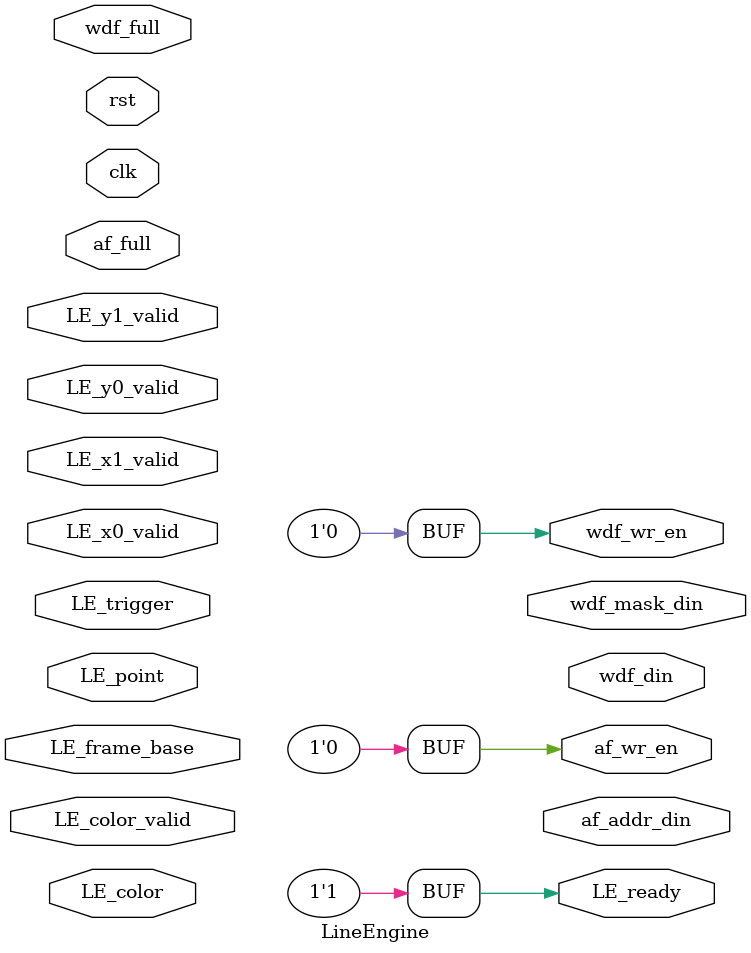
<source format=v>

module LineEngine(
  input                 clk,
  input                 rst,
  output                LE_ready,
  // 8-bit each for RGB, and 8 bits zeros at the top
  input [31:0]          LE_color,
  input [9:0]           LE_point,
  // Valid signals for the inputs
  input                 LE_color_valid,
  input                 LE_x0_valid,
  input                 LE_y0_valid,
  input                 LE_x1_valid,
  input                 LE_y1_valid,
  // Trigger signal - line engine should
  // Start drawing the line
  input                 LE_trigger,
  // FIFO connections
  input                 af_full,
  input                 wdf_full,
  
  output [30:0]         af_addr_din,
  output                af_wr_en,
  output [127:0]        wdf_din,
  output [15:0]         wdf_mask_din,
  output                wdf_wr_en,

  input [31:0] 		LE_frame_base
);


   // Implement Bresenham's line drawing algorithm here!

   //X + Y Coordinates
   reg [9:0] 		x0, y0, x1, y1;

   //#define swap(x,y)
   
   //#define ABS(x) ( (x < 0) ? -x : x)
   wire [9:0] 	       deltay, ABS_deltay;
   assign deltay = y1 - y0;
   assign ABS_deltay = ($signed(deltay) < 0)? (~deltay + 1) : deltay;
     
   /*
    * //#define ABS(x) ( (x < 0) ? -x : x)
   wire [9:0] 	       ABS_x;
   assign ABS_x = ($signed(x_Cols) < 0)? (~x_Cols + 1) : x_Cols;
    */
     
   
   // Remove these when you implement this module:
   assign af_wr_en = 1'b0;
   assign wdf_wr_en = 1'b0;
   assign LE_ready = 1'b1;

endmodule

</source>
